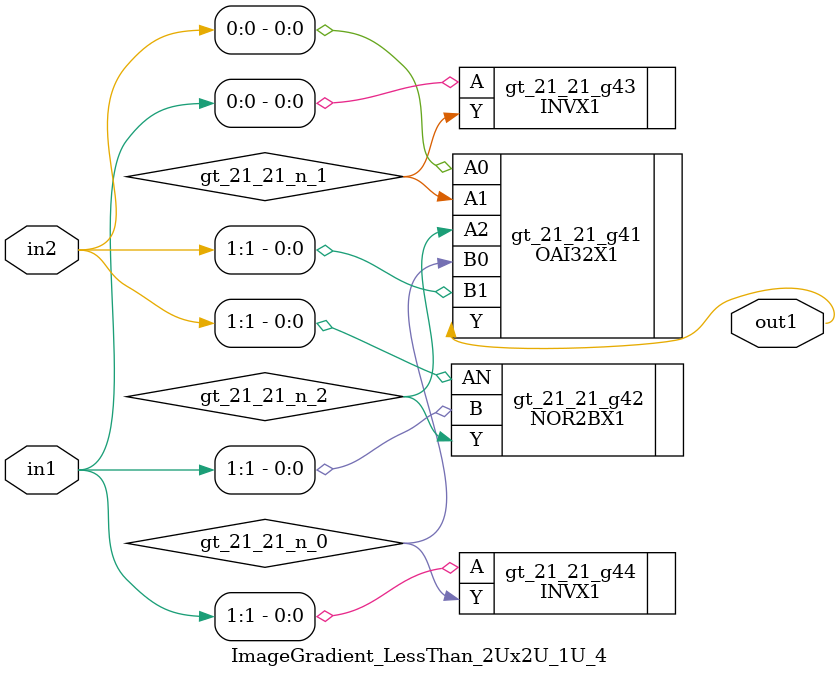
<source format=v>
`timescale 1ps / 1ps


module ImageGradient_LessThan_2Ux2U_1U_4(in2, in1, out1);
  input [1:0] in2, in1;
  output out1;
  wire [1:0] in2, in1;
  wire out1;
  wire gt_21_21_n_0, gt_21_21_n_1, gt_21_21_n_2;
  OAI32X1 gt_21_21_g41(.A0 (in2[0]), .A1 (gt_21_21_n_1), .A2
       (gt_21_21_n_2), .B0 (gt_21_21_n_0), .B1 (in2[1]), .Y (out1));
  NOR2BX1 gt_21_21_g42(.AN (in2[1]), .B (in1[1]), .Y (gt_21_21_n_2));
  INVX1 gt_21_21_g43(.A (in1[0]), .Y (gt_21_21_n_1));
  INVX1 gt_21_21_g44(.A (in1[1]), .Y (gt_21_21_n_0));
endmodule


</source>
